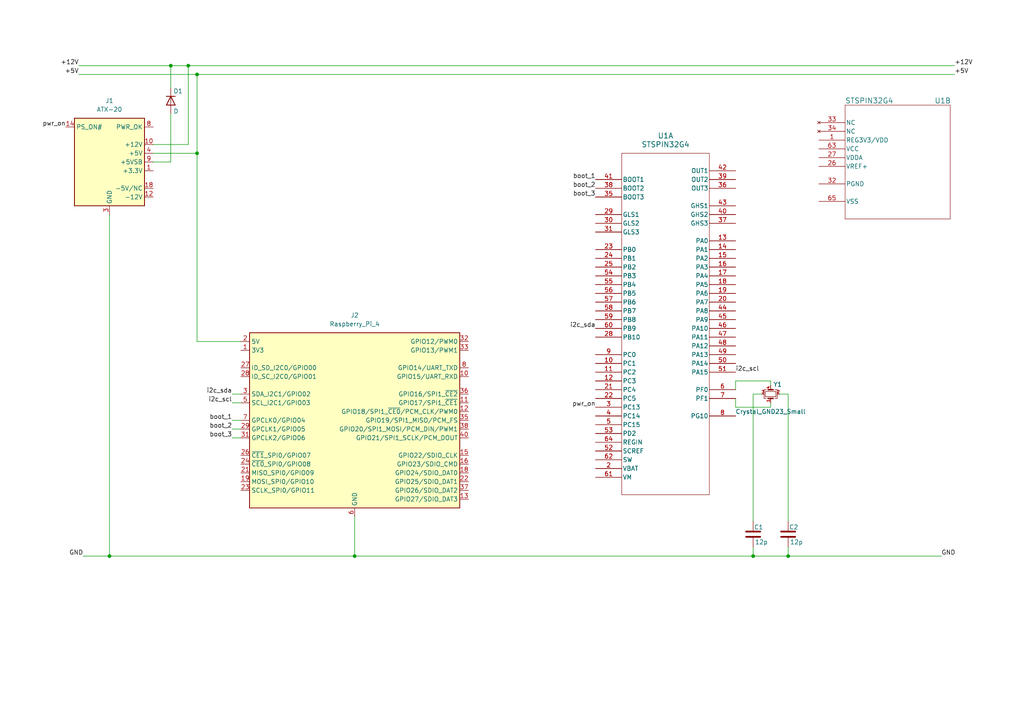
<source format=kicad_sch>
(kicad_sch (version 20250114) (generator "eeschema") (generator_version "9.0")
  (paper "A4")
  (lib_symbols
    (symbol "Connector:ATX-20"
      (property "Reference" "J" (at -8.89 13.97 0))
      (property "Value" "ATX-20" (at 6.35 13.97 0))
      (symbol "ATX-20_0_1"
        (rectangle (start -10.16 12.7) (end 10.16 -12.7) (stroke (width 0.254)) (fill (type background)))
      )
      (symbol "ATX-20_1_1"
        (pin open_collector line (at -12.7 10.16 0) (length 2.54) (name "PS_ON#") (number "14"))
        (pin passive line (at 0 -15.24 90) (length 2.54) (hide yes) (name "GND") (number "13"))
        (pin passive line (at 0 -15.24 90) (length 2.54) (hide yes) (name "GND") (number "15"))
        (pin passive line (at 0 -15.24 90) (length 2.54) (hide yes) (name "GND") (number "16"))
        (pin passive line (at 0 -15.24 90) (length 2.54) (hide yes) (name "GND") (number "17"))
        (pin power_out line (at 0 -15.24 90) (length 2.54) (name "GND") (number "3"))
        (pin passive line (at 0 -15.24 90) (length 2.54) (hide yes) (name "GND") (number "5"))
        (pin passive line (at 0 -15.24 90) (length 2.54) (hide yes) (name "GND") (number "7"))
        (pin output line (at 12.7 10.16 180) (length 2.54) (name "PWR_OK") (number "8"))
        (pin power_out line (at 12.7 5.08 180) (length 2.54) (name "+12V") (number "10"))
        (pin passive line (at 12.7 2.54 180) (length 2.54) (hide yes) (name "+5V") (number "19"))
        (pin passive line (at 12.7 2.54 180) (length 2.54) (hide yes) (name "+5V") (number "20"))
        (pin power_out line (at 12.7 2.54 180) (length 2.54) (name "+5V") (number "4"))
        (pin passive line (at 12.7 2.54 180) (length 2.54) (hide yes) (name "+5V") (number "6"))
        (pin power_out line (at 12.7 0 180) (length 2.54) (name "+5VSB") (number "9"))
        (pin power_out line (at 12.7 -2.54 180) (length 2.54) (name "+3.3V") (number "1"))
        (pin passive line (at 12.7 -2.54 180) (length 2.54) (hide yes) (name "+3.3V") (number "11"))
        (pin passive line (at 12.7 -2.54 180) (length 2.54) (hide yes) (name "+3.3V") (number "2"))
        (pin power_out line (at 12.7 -7.62 180) (length 2.54) (name "-5V/NC") (number "18"))
        (pin power_out line (at 12.7 -10.16 180) (length 2.54) (name "-12V") (number "12"))
      )
    )
    (symbol "Connector:Raspberry_Pi_4"
      (property "Reference" "J" (at -17.526 48.768 0))
      (property "Value" "Raspberry_Pi_4" (at 15.748 -26.416 0))
      (symbol "Raspberry_Pi_4_0_1"
        (rectangle (start -30.48 25.4) (end 30.48 -25.4) (stroke (width 0.254)) (fill (type background)))
      )
      (symbol "Raspberry_Pi_4_1_1"
        (pin bidirectional line (at -33.02 22.86 0) (length 2.54) (name "GPIO12/PWM0") (number "32"))
        (pin bidirectional line (at -33.02 20.32 0) (length 2.54) (name "GPIO13/PWM1") (number "33"))
        (pin bidirectional line (at -33.02 15.24 0) (length 2.54) (name "GPIO14/UART_TXD") (number "8"))
        (pin bidirectional line (at -33.02 12.7 0) (length 2.54) (name "GPIO15/UART_RXD") (number "10"))
        (pin bidirectional line (at -33.02 7.62 0) (length 2.54) (name "GPIO16/SPI1_~{CE2}") (number "36"))
        (pin bidirectional line (at -33.02 5.08 0) (length 2.54) (name "GPIO17/SPI1_~{CE1}") (number "11"))
        (pin bidirectional line (at -33.02 2.54 0) (length 2.54) (name "GPIO18/SPI1_~{CE0}/PCM_CLK/PWM0") (number "12"))
        (pin bidirectional line (at -33.02 0 0) (length 2.54) (name "GPIO19/SPI1_MISO/PCM_FS") (number "35"))
        (pin bidirectional line (at -33.02 -2.54 0) (length 2.54) (name "GPIO20/SPI1_MOSI/PCM_DIN/PWM1") (number "38"))
        (pin bidirectional line (at -33.02 -5.08 0) (length 2.54) (name "GPIO21/SPI1_SCLK/PCM_DOUT") (number "40"))
        (pin bidirectional line (at -33.02 -10.16 0) (length 2.54) (name "GPIO22/SDIO_CLK") (number "15"))
        (pin bidirectional line (at -33.02 -12.7 0) (length 2.54) (name "GPIO23/SDIO_CMD") (number "16"))
        (pin bidirectional line (at -33.02 -15.24 0) (length 2.54) (name "GPIO24/SDIO_DAT0") (number "18"))
        (pin bidirectional line (at -33.02 -17.78 0) (length 2.54) (name "GPIO25/SDIO_DAT1") (number "22"))
        (pin bidirectional line (at -33.02 -20.32 0) (length 2.54) (name "GPIO26/SDIO_DAT2") (number "37"))
        (pin bidirectional line (at -33.02 -22.86 0) (length 2.54) (name "GPIO27/SDIO_DAT3") (number "13"))
        (pin passive line (at 0 -27.94 90) (length 2.54) (hide yes) (name "GND") (number "14"))
        (pin passive line (at 0 -27.94 90) (length 2.54) (hide yes) (name "GND") (number "20"))
        (pin passive line (at 0 -27.94 90) (length 2.54) (hide yes) (name "GND") (number "25"))
        (pin passive line (at 0 -27.94 90) (length 2.54) (hide yes) (name "GND") (number "30"))
        (pin passive line (at 0 -27.94 90) (length 2.54) (hide yes) (name "GND") (number "34"))
        (pin passive line (at 0 -27.94 90) (length 2.54) (hide yes) (name "GND") (number "39"))
        (pin power_out line (at 0 -27.94 90) (length 2.54) (name "GND") (number "6"))
        (pin passive line (at 0 -27.94 90) (length 2.54) (hide yes) (name "GND") (number "9"))
        (pin power_out line (at 33.02 22.86 180) (length 2.54) (name "5V") (number "2"))
        (pin passive line (at 33.02 22.86 180) (length 2.54) (hide yes) (name "5V") (number "4"))
        (pin power_out line (at 33.02 20.32 180) (length 2.54) (name "3V3") (number "1"))
        (pin passive line (at 33.02 20.32 180) (length 2.54) (hide yes) (name "3V3") (number "17"))
        (pin bidirectional line (at 33.02 15.24 180) (length 2.54) (name "ID_SD_I2C0/GPIO00") (number "27"))
        (pin bidirectional line (at 33.02 12.7 180) (length 2.54) (name "ID_SC_I2C0/GPIO01") (number "28"))
        (pin bidirectional line (at 33.02 7.62 180) (length 2.54) (name "SDA_I2C1/GPIO02") (number "3"))
        (pin bidirectional line (at 33.02 5.08 180) (length 2.54) (name "SCL_I2C1/GPIO03") (number "5"))
        (pin bidirectional line (at 33.02 0 180) (length 2.54) (name "GPCLK0/GPIO04") (number "7"))
        (pin bidirectional line (at 33.02 -2.54 180) (length 2.54) (name "GPCLK1/GPIO05") (number "29"))
        (pin bidirectional line (at 33.02 -5.08 180) (length 2.54) (name "GPCLK2/GPIO06") (number "31"))
        (pin bidirectional line (at 33.02 -10.16 180) (length 2.54) (name "~{CE1}_SPI0/GPIO07") (number "26"))
        (pin bidirectional line (at 33.02 -12.7 180) (length 2.54) (name "~{CE0}_SPI0/GPIO08") (number "24"))
        (pin bidirectional line (at 33.02 -15.24 180) (length 2.54) (name "MISO_SPI0/GPIO09") (number "21"))
        (pin bidirectional line (at 33.02 -17.78 180) (length 2.54) (name "MOSI_SPI0/GPIO10") (number "19"))
        (pin bidirectional line (at 33.02 -20.32 180) (length 2.54) (name "SCLK_SPI0/GPIO11") (number "23"))
      )
    )
    (symbol "Device:C" (pin_numbers (hide yes)) (pin_names (offset 0.254))
      (property "Reference" "C" (at 0.635 2.54 0))
      (property "Value" "C" (at 0.635 -2.54 0))
      (symbol "C_0_1"
        (polyline (pts (xy -2.032 0.762) (xy 2.032 0.762)) (stroke (width 0.508)))
        (polyline (pts (xy -2.032 -0.762) (xy 2.032 -0.762)) (stroke (width 0.508)))
      )
      (symbol "C_1_1"
        (pin passive line (at 0 3.81 270) (length 2.794) (name "~") (number "1"))
        (pin passive line (at 0 -3.81 90) (length 2.794) (name "~") (number "2"))
      )
    )
    (symbol "Device:Crystal_GND23_Small" (pin_names (offset 1.016) (hide yes))
      (property "Reference" "Y" (at 1.27 4.445 0))
      (property "Value" "Crystal_GND23_Small" (at 1.27 2.54 0))
      (symbol "Crystal_GND23_Small_0_1"
        (polyline (pts (xy -1.27 1.27) (xy -1.27 1.905) (xy 1.27 1.905) (xy 1.27 1.27)))
        (polyline (pts (xy -1.27 -0.762) (xy -1.27 0.762)) (stroke (width 0.381)))
        (polyline (pts (xy -1.27 -1.27) (xy -1.27 -1.905) (xy 1.27 -1.905) (xy 1.27 -1.27)))
        (rectangle (start -0.762 -1.524) (end 0.762 1.524))
        (polyline (pts (xy 1.27 -0.762) (xy 1.27 0.762)) (stroke (width 0.381)))
      )
      (symbol "Crystal_GND23_Small_1_1"
        (pin passive line (at -2.54 0 0) (length 1.27) (name "1") (number "1"))
        (pin passive line (at 0 2.54 270) (length 0.635) (name "3") (number "3"))
        (pin passive line (at 0 -2.54 90) (length 0.635) (name "2") (number "2"))
        (pin passive line (at 2.54 0 180) (length 1.27) (name "4") (number "4"))
      )
    )
    (symbol "Device:D" (pin_numbers (hide yes)) (pin_names (offset 1.016) (hide yes))
      (property "Reference" "D" (at 0 2.54 0))
      (property "Value" "D" (at 0 -2.54 0))
      (symbol "D_0_1"
        (polyline (pts (xy -1.27 1.27) (xy -1.27 -1.27)) (stroke (width 0.254)))
        (polyline (pts (xy 1.27 1.27) (xy 1.27 -1.27) (xy -1.27 0) (xy 1.27 1.27)) (stroke (width 0.254)))
        (polyline (pts (xy 1.27 0) (xy -1.27 0)))
      )
      (symbol "D_1_1"
        (pin passive line (at -3.81 0 0) (length 2.54) (name "K") (number "1"))
        (pin passive line (at 3.81 0 180) (length 2.54) (name "A") (number "2"))
      )
    )
    (symbol "stsping4:STSPIN32G4" (pin_names (offset 0.254))
      (property "Reference" "U" (at 20.32 12.7 0))
      (property "Value" "STSPIN32G4" (at 20.32 10.16 0))
      (symbol "STSPIN32G4_1_1"
        (polyline (pts (xy 7.62 7.62) (xy 7.62 -91.44)) (stroke (width 0.127)))
        (polyline (pts (xy 7.62 -91.44) (xy 33.02 -91.44)) (stroke (width 0.127)))
        (polyline (pts (xy 33.02 7.62) (xy 7.62 7.62)) (stroke (width 0.127)))
        (polyline (pts (xy 33.02 -91.44) (xy 33.02 7.62)) (stroke (width 0.127)))
        (pin bidirectional line (at 0 0 0) (length 7.62) (name "BOOT1") (number "41"))
        (pin bidirectional line (at 0 -2.54 0) (length 7.62) (name "BOOT2") (number "38"))
        (pin bidirectional line (at 0 -5.08 0) (length 7.62) (name "BOOT3") (number "35"))
        (pin bidirectional line (at 0 -10.16 0) (length 7.62) (name "GLS1") (number "29"))
        (pin bidirectional line (at 0 -12.7 0) (length 7.62) (name "GLS2") (number "30"))
        (pin bidirectional line (at 0 -15.24 0) (length 7.62) (name "GLS3") (number "31"))
        (pin bidirectional line (at 0 -20.32 0) (length 7.62) (name "PB0") (number "23"))
        (pin bidirectional line (at 0 -22.86 0) (length 7.62) (name "PB1") (number "24"))
        (pin bidirectional line (at 0 -25.4 0) (length 7.62) (name "PB2") (number "25"))
        (pin bidirectional line (at 0 -27.94 0) (length 7.62) (name "PB3") (number "54"))
        (pin bidirectional line (at 0 -30.48 0) (length 7.62) (name "PB4") (number "55"))
        (pin bidirectional line (at 0 -33.02 0) (length 7.62) (name "PB5") (number "56"))
        (pin bidirectional line (at 0 -35.56 0) (length 7.62) (name "PB6") (number "57"))
        (pin bidirectional line (at 0 -38.1 0) (length 7.62) (name "PB7") (number "58"))
        (pin bidirectional line (at 0 -40.64 0) (length 7.62) (name "PB8") (number "59"))
        (pin bidirectional line (at 0 -43.18 0) (length 7.62) (name "PB9") (number "60"))
        (pin bidirectional line (at 0 -45.72 0) (length 7.62) (name "PB10") (number "28"))
        (pin bidirectional line (at 0 -50.8 0) (length 7.62) (name "PC0") (number "9"))
        (pin bidirectional line (at 0 -53.34 0) (length 7.62) (name "PC1") (number "10"))
        (pin bidirectional line (at 0 -55.88 0) (length 7.62) (name "PC2") (number "11"))
        (pin bidirectional line (at 0 -58.42 0) (length 7.62) (name "PC3") (number "12"))
        (pin bidirectional line (at 0 -60.96 0) (length 7.62) (name "PC4") (number "21"))
        (pin bidirectional line (at 0 -63.5 0) (length 7.62) (name "PC5") (number "22"))
        (pin bidirectional line (at 0 -66.04 0) (length 7.62) (name "PC13") (number "3"))
        (pin bidirectional line (at 0 -68.58 0) (length 7.62) (name "PC14") (number "4"))
        (pin bidirectional line (at 0 -71.12 0) (length 7.62) (name "PC15") (number "5"))
        (pin bidirectional line (at 0 -73.66 0) (length 7.62) (name "PD2") (number "53"))
        (pin unspecified line (at 0 -76.2 0) (length 7.62) (name "REGIN") (number "64"))
        (pin unspecified line (at 0 -78.74 0) (length 7.62) (name "SCREF") (number "52"))
        (pin unspecified line (at 0 -81.28 0) (length 7.62) (name "SW") (number "62"))
        (pin unspecified line (at 0 -83.82 0) (length 7.62) (name "VBAT") (number "2"))
        (pin unspecified line (at 0 -86.36 0) (length 7.62) (name "VM") (number "61"))
        (pin output line (at 40.64 2.54 180) (length 7.62) (name "OUT1") (number "42"))
        (pin output line (at 40.64 0 180) (length 7.62) (name "OUT2") (number "39"))
        (pin output line (at 40.64 -2.54 180) (length 7.62) (name "OUT3") (number "36"))
        (pin bidirectional line (at 40.64 -7.62 180) (length 7.62) (name "GHS1") (number "43"))
        (pin bidirectional line (at 40.64 -10.16 180) (length 7.62) (name "GHS2") (number "40"))
        (pin bidirectional line (at 40.64 -12.7 180) (length 7.62) (name "GHS3") (number "37"))
        (pin bidirectional line (at 40.64 -17.78 180) (length 7.62) (name "PA0") (number "13"))
        (pin bidirectional line (at 40.64 -20.32 180) (length 7.62) (name "PA1") (number "14"))
        (pin bidirectional line (at 40.64 -22.86 180) (length 7.62) (name "PA2") (number "15"))
        (pin bidirectional line (at 40.64 -25.4 180) (length 7.62) (name "PA3") (number "16"))
        (pin bidirectional line (at 40.64 -27.94 180) (length 7.62) (name "PA4") (number "17"))
        (pin bidirectional line (at 40.64 -30.48 180) (length 7.62) (name "PA5") (number "18"))
        (pin bidirectional line (at 40.64 -33.02 180) (length 7.62) (name "PA6") (number "19"))
        (pin bidirectional line (at 40.64 -35.56 180) (length 7.62) (name "PA7") (number "20"))
        (pin bidirectional line (at 40.64 -38.1 180) (length 7.62) (name "PA8") (number "44"))
        (pin bidirectional line (at 40.64 -40.64 180) (length 7.62) (name "PA9") (number "45"))
        (pin bidirectional line (at 40.64 -43.18 180) (length 7.62) (name "PA10") (number "46"))
        (pin bidirectional line (at 40.64 -45.72 180) (length 7.62) (name "PA11") (number "47"))
        (pin bidirectional line (at 40.64 -48.26 180) (length 7.62) (name "PA12") (number "48"))
        (pin bidirectional line (at 40.64 -50.8 180) (length 7.62) (name "PA13") (number "49"))
        (pin bidirectional line (at 40.64 -53.34 180) (length 7.62) (name "PA14") (number "50"))
        (pin bidirectional line (at 40.64 -55.88 180) (length 7.62) (name "PA15") (number "51"))
        (pin bidirectional line (at 40.64 -60.96 180) (length 7.62) (name "PF0") (number "6"))
        (pin bidirectional line (at 40.64 -63.5 180) (length 7.62) (name "PF1") (number "7"))
        (pin unspecified line (at 40.64 -68.58 180) (length 7.62) (name "PG10") (number "8"))
      )
      (symbol "STSPIN32G4_2_1"
        (polyline (pts (xy 7.62 5.08) (xy 7.62 -27.94)) (stroke (width 0.127)))
        (polyline (pts (xy 7.62 -27.94) (xy 38.1 -27.94)) (stroke (width 0.127)))
        (polyline (pts (xy 38.1 5.08) (xy 7.62 5.08)) (stroke (width 0.127)))
        (polyline (pts (xy 38.1 -27.94) (xy 38.1 5.08)) (stroke (width 0.127)))
        (pin no_connect line (at 0 0 0) (length 7.62) (name "NC") (number "33"))
        (pin no_connect line (at 0 -2.54 0) (length 7.62) (name "NC") (number "34"))
        (pin power_in line (at 0 -5.08 0) (length 7.62) (name "REG3V3/VDD") (number "1"))
        (pin power_in line (at 0 -7.62 0) (length 7.62) (name "VCC") (number "63"))
        (pin power_in line (at 0 -10.16 0) (length 7.62) (name "VDDA") (number "27"))
        (pin power_in line (at 0 -12.7 0) (length 7.62) (name "VREF+") (number "26"))
        (pin power_out line (at 0 -17.78 0) (length 7.62) (name "PGND") (number "32"))
        (pin power_out line (at 0 -22.86 0) (length 7.62) (name "VSS") (number "65"))
      )
    )
  )
  (junction (at 49.53 19.05))
  (junction (at 102.87 161.29))
  (junction (at 57.15 21.59))
  (junction (at 228.6 161.29))
  (junction (at 57.15 44.45))
  (junction (at 54.61 19.05))
  (junction (at 218.44 161.29))
  (junction (at 31.75 161.29))
  (wire (pts (xy 44.45 41.91) (xy 54.61 41.91)))
  (wire (pts (xy 31.75 62.23) (xy 31.75 161.29)))
  (wire (pts (xy 102.87 149.86) (xy 102.87 161.29)))
  (wire (pts (xy 24.13 161.29) (xy 31.75 161.29)))
  (wire (pts (xy 54.61 41.91) (xy 54.61 19.05)))
  (wire (pts (xy 22.86 19.05) (xy 49.53 19.05)))
  (wire (pts (xy 228.6 158.75) (xy 228.6 161.29)))
  (wire (pts (xy 228.6 114.3) (xy 228.6 151.13)))
  (wire (pts (xy 67.31 121.92) (xy 69.85 121.92)))
  (wire (pts (xy 223.52 110.49) (xy 213.36 110.49)))
  (wire (pts (xy 228.6 161.29) (xy 273.05 161.29)))
  (wire (pts (xy 49.53 33.02) (xy 49.53 46.99)))
  (wire (pts (xy 67.31 127) (xy 69.85 127)))
  (wire (pts (xy 218.44 161.29) (xy 228.6 161.29)))
  (wire (pts (xy 218.44 114.3) (xy 218.44 151.13)))
  (wire (pts (xy 223.52 116.84) (xy 223.52 118.11)))
  (wire (pts (xy 57.15 44.45) (xy 57.15 21.59)))
  (wire (pts (xy 67.31 124.46) (xy 69.85 124.46)))
  (wire (pts (xy 218.44 158.75) (xy 218.44 161.29)))
  (wire (pts (xy 22.86 21.59) (xy 57.15 21.59)))
  (wire (pts (xy 67.31 114.3) (xy 69.85 114.3)))
  (wire (pts (xy 226.06 114.3) (xy 228.6 114.3)))
  (wire (pts (xy 67.31 116.84) (xy 69.85 116.84)))
  (wire (pts (xy 49.53 19.05) (xy 54.61 19.05)))
  (wire (pts (xy 49.53 46.99) (xy 44.45 46.99)))
  (wire (pts (xy 57.15 44.45) (xy 57.15 99.06)))
  (wire (pts (xy 54.61 19.05) (xy 276.86 19.05)))
  (wire (pts (xy 223.52 111.76) (xy 223.52 110.49)))
  (wire (pts (xy 213.36 118.11) (xy 213.36 115.57)))
  (wire (pts (xy 102.87 161.29) (xy 218.44 161.29)))
  (wire (pts (xy 223.52 118.11) (xy 213.36 118.11)))
  (wire (pts (xy 220.98 114.3) (xy 218.44 114.3)))
  (wire (pts (xy 49.53 19.05) (xy 49.53 25.4)))
  (wire (pts (xy 57.15 21.59) (xy 276.86 21.59)))
  (wire (pts (xy 213.36 110.49) (xy 213.36 113.03)))
  (wire (pts (xy 31.75 161.29) (xy 102.87 161.29)))
  (wire (pts (xy 44.45 44.45) (xy 57.15 44.45)))
  (wire (pts (xy 57.15 99.06) (xy 69.85 99.06)))
  (label "boot_3" (at 67.31 127 180))
  (label "i2c_sda" (at 67.31 114.3 180))
  (label "+5V" (at 22.86 21.59 180))
  (label "boot_2" (at 172.72 54.61 180))
  (label "+12V" (at 276.86 19.05 0))
  (label "i2c_sda" (at 172.72 95.25 180))
  (label "+12V" (at 22.86 19.05 180))
  (label "+5V" (at 276.86 21.59 0))
  (label "GND" (at 24.13 161.29 180))
  (label "pwr_on" (at 19.05 36.83 180))
  (label "i2c_scl" (at 213.36 107.95 0))
  (label "GND" (at 273.05 161.29 0))
  (label "boot_1" (at 172.72 52.07 180))
  (label "boot_3" (at 172.72 57.15 180))
  (label "pwr_on" (at 172.72 118.11 180))
  (label "boot_2" (at 67.31 124.46 180))
  (label "boot_1" (at 67.31 121.92 180))
  (label "i2c_scl" (at 67.31 116.84 180))
  (symbol (lib_id "stsping4:STSPIN32G4") (at 237.49 35.56 0) (unit 2)
    (property "Reference" "U1" (at 271.018 29.21 0) (effects (font (size 1.524 1.524)) (justify left)))
    (property "Value" "STSPIN32G4" (at 245.11 29.21 0) (effects (font (size 1.524 1.524)) (justify left)))
    (property "Footprint" "QFN_IN32G4_STM" (effects (hide yes)))
    (property "Datasheet" "https://www.st.com/resource/en/datasheet/stspin32g4.pdf" (effects (hide yes)))
  )
  (symbol (lib_id "Connector:ATX-20") (at 31.75 46.99 0) (unit 1)
    (property "Reference" "J1" (at 31.75 29.21 0))
    (property "Value" "ATX-20" (at 31.75 31.75 0))
    (property "Footprint" "Connector_Molex:Molex_Mini-Fit_Jr_5569-20A2_2x10_P4.20mm_Horizontal" (effects (hide yes)))
    (property "Datasheet" "https://web.aub.edu.lb/pub/docs/atx_201.pdf#page=20" (effects (hide yes)))
    (property "Description" "ATX Power supply 20pins" (effects (hide yes)))
  )
  (symbol (lib_id "Device:C") (at 218.44 154.94 0) (unit 1)
    (property "Reference" "C1" (at 218.694 152.908 0) (effects (justify left)))
    (property "Value" "12p" (at 218.948 157.226 0) (effects (justify left)))
    (property "Footprint" "Capacitor_SMD:C_0603_1608Metric" (effects (hide yes)))
    (property "Description" "Unpolarized capacitor" (effects (hide yes)))
  )
  (symbol (lib_id "Device:D") (at 49.53 29.21 270) (unit 1)
    (property "Reference" "D1" (at 50.292 26.416 90) (effects (justify left)))
    (property "Value" "D" (at 50.292 32.258 90) (effects (justify left)))
    (property "Description" "Diode" (effects (hide yes)))
    (property "Sim.Device" "D" (effects (hide yes)))
    (property "Sim.Pins" "1=K 2=A" (effects (hide yes)))
  )
  (symbol (lib_id "Connector:Raspberry_Pi_4") (at 102.87 121.92 0) (mirror y) (unit 1)
    (property "Reference" "J2" (at 102.87 91.44 0))
    (property "Value" "Raspberry_Pi_4" (at 102.87 93.98 0))
    (property "Datasheet" "https://datasheets.raspberrypi.com/rpi4/raspberry-pi-4-datasheet.pdf" (effects (hide yes)))
    (property "Description" "Raspberry Pi 4 Model B" (effects (hide yes)))
  )
  (symbol (lib_id "Device:Crystal_GND23_Small") (at 223.52 114.3 90) (unit 1)
    (property "Reference" "Y1" (at 225.552 111.506 90))
    (property "Value" "Crystal_GND23_Small" (at 223.52 119.38 90))
    (property "Footprint" "Crystal:Crystal_SMD_0603-4Pin_6.0x3.5mm" (effects (hide yes)))
    (property "Description" "Four pin crystal, GND on pins 2 and 3, small symbol" (effects (hide yes)))
  )
  (symbol (lib_id "stsping4:STSPIN32G4") (at 172.72 52.07 0) (unit 1)
    (property "Reference" "U1" (at 193.04 39.37 0) (effects (font (size 1.524 1.524))))
    (property "Value" "STSPIN32G4" (at 193.04 41.91 0) (effects (font (size 1.524 1.524))))
    (property "Footprint" "QFN_IN32G4_STM" (effects (hide yes)))
    (property "Datasheet" "https://www.st.com/resource/en/datasheet/stspin32g4.pdf" (effects (hide yes)))
  )
  (symbol (lib_id "Device:C") (at 228.6 154.94 0) (unit 1)
    (property "Reference" "C2" (at 228.854 152.908 0) (effects (justify left)))
    (property "Value" "12p" (at 229.108 157.226 0) (effects (justify left)))
    (property "Footprint" "Capacitor_SMD:C_0603_1608Metric" (effects (hide yes)))
    (property "Description" "Unpolarized capacitor" (effects (hide yes)))
  )
)
</source>
